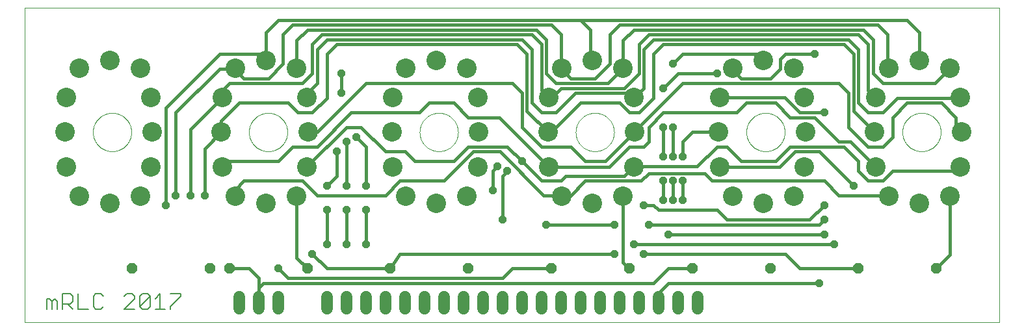
<source format=gtl>
G75*
%MOIN*%
%OFA0B0*%
%FSLAX25Y25*%
%IPPOS*%
%LPD*%
%AMOC8*
5,1,8,0,0,1.08239X$1,22.5*
%
%ADD10C,0.00000*%
%ADD11C,0.00700*%
%ADD12C,0.06000*%
%ADD13C,0.10000*%
%ADD14OC8,0.05200*%
%ADD15C,0.01600*%
%ADD16OC8,0.03962*%
D10*
X0001000Y0001000D02*
X0001000Y0162201D01*
X0500921Y0162201D01*
X0500921Y0001000D01*
X0001000Y0001000D01*
X0036157Y0098500D02*
X0036160Y0098742D01*
X0036169Y0098983D01*
X0036184Y0099224D01*
X0036204Y0099465D01*
X0036231Y0099705D01*
X0036264Y0099944D01*
X0036302Y0100183D01*
X0036346Y0100420D01*
X0036396Y0100657D01*
X0036452Y0100892D01*
X0036514Y0101125D01*
X0036581Y0101357D01*
X0036654Y0101588D01*
X0036732Y0101816D01*
X0036817Y0102042D01*
X0036906Y0102267D01*
X0037001Y0102489D01*
X0037102Y0102708D01*
X0037208Y0102926D01*
X0037319Y0103140D01*
X0037436Y0103352D01*
X0037557Y0103560D01*
X0037684Y0103766D01*
X0037816Y0103968D01*
X0037953Y0104168D01*
X0038094Y0104363D01*
X0038240Y0104556D01*
X0038391Y0104744D01*
X0038547Y0104929D01*
X0038707Y0105110D01*
X0038871Y0105287D01*
X0039040Y0105460D01*
X0039213Y0105629D01*
X0039390Y0105793D01*
X0039571Y0105953D01*
X0039756Y0106109D01*
X0039944Y0106260D01*
X0040137Y0106406D01*
X0040332Y0106547D01*
X0040532Y0106684D01*
X0040734Y0106816D01*
X0040940Y0106943D01*
X0041148Y0107064D01*
X0041360Y0107181D01*
X0041574Y0107292D01*
X0041792Y0107398D01*
X0042011Y0107499D01*
X0042233Y0107594D01*
X0042458Y0107683D01*
X0042684Y0107768D01*
X0042912Y0107846D01*
X0043143Y0107919D01*
X0043375Y0107986D01*
X0043608Y0108048D01*
X0043843Y0108104D01*
X0044080Y0108154D01*
X0044317Y0108198D01*
X0044556Y0108236D01*
X0044795Y0108269D01*
X0045035Y0108296D01*
X0045276Y0108316D01*
X0045517Y0108331D01*
X0045758Y0108340D01*
X0046000Y0108343D01*
X0046242Y0108340D01*
X0046483Y0108331D01*
X0046724Y0108316D01*
X0046965Y0108296D01*
X0047205Y0108269D01*
X0047444Y0108236D01*
X0047683Y0108198D01*
X0047920Y0108154D01*
X0048157Y0108104D01*
X0048392Y0108048D01*
X0048625Y0107986D01*
X0048857Y0107919D01*
X0049088Y0107846D01*
X0049316Y0107768D01*
X0049542Y0107683D01*
X0049767Y0107594D01*
X0049989Y0107499D01*
X0050208Y0107398D01*
X0050426Y0107292D01*
X0050640Y0107181D01*
X0050852Y0107064D01*
X0051060Y0106943D01*
X0051266Y0106816D01*
X0051468Y0106684D01*
X0051668Y0106547D01*
X0051863Y0106406D01*
X0052056Y0106260D01*
X0052244Y0106109D01*
X0052429Y0105953D01*
X0052610Y0105793D01*
X0052787Y0105629D01*
X0052960Y0105460D01*
X0053129Y0105287D01*
X0053293Y0105110D01*
X0053453Y0104929D01*
X0053609Y0104744D01*
X0053760Y0104556D01*
X0053906Y0104363D01*
X0054047Y0104168D01*
X0054184Y0103968D01*
X0054316Y0103766D01*
X0054443Y0103560D01*
X0054564Y0103352D01*
X0054681Y0103140D01*
X0054792Y0102926D01*
X0054898Y0102708D01*
X0054999Y0102489D01*
X0055094Y0102267D01*
X0055183Y0102042D01*
X0055268Y0101816D01*
X0055346Y0101588D01*
X0055419Y0101357D01*
X0055486Y0101125D01*
X0055548Y0100892D01*
X0055604Y0100657D01*
X0055654Y0100420D01*
X0055698Y0100183D01*
X0055736Y0099944D01*
X0055769Y0099705D01*
X0055796Y0099465D01*
X0055816Y0099224D01*
X0055831Y0098983D01*
X0055840Y0098742D01*
X0055843Y0098500D01*
X0055840Y0098258D01*
X0055831Y0098017D01*
X0055816Y0097776D01*
X0055796Y0097535D01*
X0055769Y0097295D01*
X0055736Y0097056D01*
X0055698Y0096817D01*
X0055654Y0096580D01*
X0055604Y0096343D01*
X0055548Y0096108D01*
X0055486Y0095875D01*
X0055419Y0095643D01*
X0055346Y0095412D01*
X0055268Y0095184D01*
X0055183Y0094958D01*
X0055094Y0094733D01*
X0054999Y0094511D01*
X0054898Y0094292D01*
X0054792Y0094074D01*
X0054681Y0093860D01*
X0054564Y0093648D01*
X0054443Y0093440D01*
X0054316Y0093234D01*
X0054184Y0093032D01*
X0054047Y0092832D01*
X0053906Y0092637D01*
X0053760Y0092444D01*
X0053609Y0092256D01*
X0053453Y0092071D01*
X0053293Y0091890D01*
X0053129Y0091713D01*
X0052960Y0091540D01*
X0052787Y0091371D01*
X0052610Y0091207D01*
X0052429Y0091047D01*
X0052244Y0090891D01*
X0052056Y0090740D01*
X0051863Y0090594D01*
X0051668Y0090453D01*
X0051468Y0090316D01*
X0051266Y0090184D01*
X0051060Y0090057D01*
X0050852Y0089936D01*
X0050640Y0089819D01*
X0050426Y0089708D01*
X0050208Y0089602D01*
X0049989Y0089501D01*
X0049767Y0089406D01*
X0049542Y0089317D01*
X0049316Y0089232D01*
X0049088Y0089154D01*
X0048857Y0089081D01*
X0048625Y0089014D01*
X0048392Y0088952D01*
X0048157Y0088896D01*
X0047920Y0088846D01*
X0047683Y0088802D01*
X0047444Y0088764D01*
X0047205Y0088731D01*
X0046965Y0088704D01*
X0046724Y0088684D01*
X0046483Y0088669D01*
X0046242Y0088660D01*
X0046000Y0088657D01*
X0045758Y0088660D01*
X0045517Y0088669D01*
X0045276Y0088684D01*
X0045035Y0088704D01*
X0044795Y0088731D01*
X0044556Y0088764D01*
X0044317Y0088802D01*
X0044080Y0088846D01*
X0043843Y0088896D01*
X0043608Y0088952D01*
X0043375Y0089014D01*
X0043143Y0089081D01*
X0042912Y0089154D01*
X0042684Y0089232D01*
X0042458Y0089317D01*
X0042233Y0089406D01*
X0042011Y0089501D01*
X0041792Y0089602D01*
X0041574Y0089708D01*
X0041360Y0089819D01*
X0041148Y0089936D01*
X0040940Y0090057D01*
X0040734Y0090184D01*
X0040532Y0090316D01*
X0040332Y0090453D01*
X0040137Y0090594D01*
X0039944Y0090740D01*
X0039756Y0090891D01*
X0039571Y0091047D01*
X0039390Y0091207D01*
X0039213Y0091371D01*
X0039040Y0091540D01*
X0038871Y0091713D01*
X0038707Y0091890D01*
X0038547Y0092071D01*
X0038391Y0092256D01*
X0038240Y0092444D01*
X0038094Y0092637D01*
X0037953Y0092832D01*
X0037816Y0093032D01*
X0037684Y0093234D01*
X0037557Y0093440D01*
X0037436Y0093648D01*
X0037319Y0093860D01*
X0037208Y0094074D01*
X0037102Y0094292D01*
X0037001Y0094511D01*
X0036906Y0094733D01*
X0036817Y0094958D01*
X0036732Y0095184D01*
X0036654Y0095412D01*
X0036581Y0095643D01*
X0036514Y0095875D01*
X0036452Y0096108D01*
X0036396Y0096343D01*
X0036346Y0096580D01*
X0036302Y0096817D01*
X0036264Y0097056D01*
X0036231Y0097295D01*
X0036204Y0097535D01*
X0036184Y0097776D01*
X0036169Y0098017D01*
X0036160Y0098258D01*
X0036157Y0098500D01*
X0116157Y0098500D02*
X0116160Y0098742D01*
X0116169Y0098983D01*
X0116184Y0099224D01*
X0116204Y0099465D01*
X0116231Y0099705D01*
X0116264Y0099944D01*
X0116302Y0100183D01*
X0116346Y0100420D01*
X0116396Y0100657D01*
X0116452Y0100892D01*
X0116514Y0101125D01*
X0116581Y0101357D01*
X0116654Y0101588D01*
X0116732Y0101816D01*
X0116817Y0102042D01*
X0116906Y0102267D01*
X0117001Y0102489D01*
X0117102Y0102708D01*
X0117208Y0102926D01*
X0117319Y0103140D01*
X0117436Y0103352D01*
X0117557Y0103560D01*
X0117684Y0103766D01*
X0117816Y0103968D01*
X0117953Y0104168D01*
X0118094Y0104363D01*
X0118240Y0104556D01*
X0118391Y0104744D01*
X0118547Y0104929D01*
X0118707Y0105110D01*
X0118871Y0105287D01*
X0119040Y0105460D01*
X0119213Y0105629D01*
X0119390Y0105793D01*
X0119571Y0105953D01*
X0119756Y0106109D01*
X0119944Y0106260D01*
X0120137Y0106406D01*
X0120332Y0106547D01*
X0120532Y0106684D01*
X0120734Y0106816D01*
X0120940Y0106943D01*
X0121148Y0107064D01*
X0121360Y0107181D01*
X0121574Y0107292D01*
X0121792Y0107398D01*
X0122011Y0107499D01*
X0122233Y0107594D01*
X0122458Y0107683D01*
X0122684Y0107768D01*
X0122912Y0107846D01*
X0123143Y0107919D01*
X0123375Y0107986D01*
X0123608Y0108048D01*
X0123843Y0108104D01*
X0124080Y0108154D01*
X0124317Y0108198D01*
X0124556Y0108236D01*
X0124795Y0108269D01*
X0125035Y0108296D01*
X0125276Y0108316D01*
X0125517Y0108331D01*
X0125758Y0108340D01*
X0126000Y0108343D01*
X0126242Y0108340D01*
X0126483Y0108331D01*
X0126724Y0108316D01*
X0126965Y0108296D01*
X0127205Y0108269D01*
X0127444Y0108236D01*
X0127683Y0108198D01*
X0127920Y0108154D01*
X0128157Y0108104D01*
X0128392Y0108048D01*
X0128625Y0107986D01*
X0128857Y0107919D01*
X0129088Y0107846D01*
X0129316Y0107768D01*
X0129542Y0107683D01*
X0129767Y0107594D01*
X0129989Y0107499D01*
X0130208Y0107398D01*
X0130426Y0107292D01*
X0130640Y0107181D01*
X0130852Y0107064D01*
X0131060Y0106943D01*
X0131266Y0106816D01*
X0131468Y0106684D01*
X0131668Y0106547D01*
X0131863Y0106406D01*
X0132056Y0106260D01*
X0132244Y0106109D01*
X0132429Y0105953D01*
X0132610Y0105793D01*
X0132787Y0105629D01*
X0132960Y0105460D01*
X0133129Y0105287D01*
X0133293Y0105110D01*
X0133453Y0104929D01*
X0133609Y0104744D01*
X0133760Y0104556D01*
X0133906Y0104363D01*
X0134047Y0104168D01*
X0134184Y0103968D01*
X0134316Y0103766D01*
X0134443Y0103560D01*
X0134564Y0103352D01*
X0134681Y0103140D01*
X0134792Y0102926D01*
X0134898Y0102708D01*
X0134999Y0102489D01*
X0135094Y0102267D01*
X0135183Y0102042D01*
X0135268Y0101816D01*
X0135346Y0101588D01*
X0135419Y0101357D01*
X0135486Y0101125D01*
X0135548Y0100892D01*
X0135604Y0100657D01*
X0135654Y0100420D01*
X0135698Y0100183D01*
X0135736Y0099944D01*
X0135769Y0099705D01*
X0135796Y0099465D01*
X0135816Y0099224D01*
X0135831Y0098983D01*
X0135840Y0098742D01*
X0135843Y0098500D01*
X0135840Y0098258D01*
X0135831Y0098017D01*
X0135816Y0097776D01*
X0135796Y0097535D01*
X0135769Y0097295D01*
X0135736Y0097056D01*
X0135698Y0096817D01*
X0135654Y0096580D01*
X0135604Y0096343D01*
X0135548Y0096108D01*
X0135486Y0095875D01*
X0135419Y0095643D01*
X0135346Y0095412D01*
X0135268Y0095184D01*
X0135183Y0094958D01*
X0135094Y0094733D01*
X0134999Y0094511D01*
X0134898Y0094292D01*
X0134792Y0094074D01*
X0134681Y0093860D01*
X0134564Y0093648D01*
X0134443Y0093440D01*
X0134316Y0093234D01*
X0134184Y0093032D01*
X0134047Y0092832D01*
X0133906Y0092637D01*
X0133760Y0092444D01*
X0133609Y0092256D01*
X0133453Y0092071D01*
X0133293Y0091890D01*
X0133129Y0091713D01*
X0132960Y0091540D01*
X0132787Y0091371D01*
X0132610Y0091207D01*
X0132429Y0091047D01*
X0132244Y0090891D01*
X0132056Y0090740D01*
X0131863Y0090594D01*
X0131668Y0090453D01*
X0131468Y0090316D01*
X0131266Y0090184D01*
X0131060Y0090057D01*
X0130852Y0089936D01*
X0130640Y0089819D01*
X0130426Y0089708D01*
X0130208Y0089602D01*
X0129989Y0089501D01*
X0129767Y0089406D01*
X0129542Y0089317D01*
X0129316Y0089232D01*
X0129088Y0089154D01*
X0128857Y0089081D01*
X0128625Y0089014D01*
X0128392Y0088952D01*
X0128157Y0088896D01*
X0127920Y0088846D01*
X0127683Y0088802D01*
X0127444Y0088764D01*
X0127205Y0088731D01*
X0126965Y0088704D01*
X0126724Y0088684D01*
X0126483Y0088669D01*
X0126242Y0088660D01*
X0126000Y0088657D01*
X0125758Y0088660D01*
X0125517Y0088669D01*
X0125276Y0088684D01*
X0125035Y0088704D01*
X0124795Y0088731D01*
X0124556Y0088764D01*
X0124317Y0088802D01*
X0124080Y0088846D01*
X0123843Y0088896D01*
X0123608Y0088952D01*
X0123375Y0089014D01*
X0123143Y0089081D01*
X0122912Y0089154D01*
X0122684Y0089232D01*
X0122458Y0089317D01*
X0122233Y0089406D01*
X0122011Y0089501D01*
X0121792Y0089602D01*
X0121574Y0089708D01*
X0121360Y0089819D01*
X0121148Y0089936D01*
X0120940Y0090057D01*
X0120734Y0090184D01*
X0120532Y0090316D01*
X0120332Y0090453D01*
X0120137Y0090594D01*
X0119944Y0090740D01*
X0119756Y0090891D01*
X0119571Y0091047D01*
X0119390Y0091207D01*
X0119213Y0091371D01*
X0119040Y0091540D01*
X0118871Y0091713D01*
X0118707Y0091890D01*
X0118547Y0092071D01*
X0118391Y0092256D01*
X0118240Y0092444D01*
X0118094Y0092637D01*
X0117953Y0092832D01*
X0117816Y0093032D01*
X0117684Y0093234D01*
X0117557Y0093440D01*
X0117436Y0093648D01*
X0117319Y0093860D01*
X0117208Y0094074D01*
X0117102Y0094292D01*
X0117001Y0094511D01*
X0116906Y0094733D01*
X0116817Y0094958D01*
X0116732Y0095184D01*
X0116654Y0095412D01*
X0116581Y0095643D01*
X0116514Y0095875D01*
X0116452Y0096108D01*
X0116396Y0096343D01*
X0116346Y0096580D01*
X0116302Y0096817D01*
X0116264Y0097056D01*
X0116231Y0097295D01*
X0116204Y0097535D01*
X0116184Y0097776D01*
X0116169Y0098017D01*
X0116160Y0098258D01*
X0116157Y0098500D01*
X0203657Y0098500D02*
X0203660Y0098742D01*
X0203669Y0098983D01*
X0203684Y0099224D01*
X0203704Y0099465D01*
X0203731Y0099705D01*
X0203764Y0099944D01*
X0203802Y0100183D01*
X0203846Y0100420D01*
X0203896Y0100657D01*
X0203952Y0100892D01*
X0204014Y0101125D01*
X0204081Y0101357D01*
X0204154Y0101588D01*
X0204232Y0101816D01*
X0204317Y0102042D01*
X0204406Y0102267D01*
X0204501Y0102489D01*
X0204602Y0102708D01*
X0204708Y0102926D01*
X0204819Y0103140D01*
X0204936Y0103352D01*
X0205057Y0103560D01*
X0205184Y0103766D01*
X0205316Y0103968D01*
X0205453Y0104168D01*
X0205594Y0104363D01*
X0205740Y0104556D01*
X0205891Y0104744D01*
X0206047Y0104929D01*
X0206207Y0105110D01*
X0206371Y0105287D01*
X0206540Y0105460D01*
X0206713Y0105629D01*
X0206890Y0105793D01*
X0207071Y0105953D01*
X0207256Y0106109D01*
X0207444Y0106260D01*
X0207637Y0106406D01*
X0207832Y0106547D01*
X0208032Y0106684D01*
X0208234Y0106816D01*
X0208440Y0106943D01*
X0208648Y0107064D01*
X0208860Y0107181D01*
X0209074Y0107292D01*
X0209292Y0107398D01*
X0209511Y0107499D01*
X0209733Y0107594D01*
X0209958Y0107683D01*
X0210184Y0107768D01*
X0210412Y0107846D01*
X0210643Y0107919D01*
X0210875Y0107986D01*
X0211108Y0108048D01*
X0211343Y0108104D01*
X0211580Y0108154D01*
X0211817Y0108198D01*
X0212056Y0108236D01*
X0212295Y0108269D01*
X0212535Y0108296D01*
X0212776Y0108316D01*
X0213017Y0108331D01*
X0213258Y0108340D01*
X0213500Y0108343D01*
X0213742Y0108340D01*
X0213983Y0108331D01*
X0214224Y0108316D01*
X0214465Y0108296D01*
X0214705Y0108269D01*
X0214944Y0108236D01*
X0215183Y0108198D01*
X0215420Y0108154D01*
X0215657Y0108104D01*
X0215892Y0108048D01*
X0216125Y0107986D01*
X0216357Y0107919D01*
X0216588Y0107846D01*
X0216816Y0107768D01*
X0217042Y0107683D01*
X0217267Y0107594D01*
X0217489Y0107499D01*
X0217708Y0107398D01*
X0217926Y0107292D01*
X0218140Y0107181D01*
X0218352Y0107064D01*
X0218560Y0106943D01*
X0218766Y0106816D01*
X0218968Y0106684D01*
X0219168Y0106547D01*
X0219363Y0106406D01*
X0219556Y0106260D01*
X0219744Y0106109D01*
X0219929Y0105953D01*
X0220110Y0105793D01*
X0220287Y0105629D01*
X0220460Y0105460D01*
X0220629Y0105287D01*
X0220793Y0105110D01*
X0220953Y0104929D01*
X0221109Y0104744D01*
X0221260Y0104556D01*
X0221406Y0104363D01*
X0221547Y0104168D01*
X0221684Y0103968D01*
X0221816Y0103766D01*
X0221943Y0103560D01*
X0222064Y0103352D01*
X0222181Y0103140D01*
X0222292Y0102926D01*
X0222398Y0102708D01*
X0222499Y0102489D01*
X0222594Y0102267D01*
X0222683Y0102042D01*
X0222768Y0101816D01*
X0222846Y0101588D01*
X0222919Y0101357D01*
X0222986Y0101125D01*
X0223048Y0100892D01*
X0223104Y0100657D01*
X0223154Y0100420D01*
X0223198Y0100183D01*
X0223236Y0099944D01*
X0223269Y0099705D01*
X0223296Y0099465D01*
X0223316Y0099224D01*
X0223331Y0098983D01*
X0223340Y0098742D01*
X0223343Y0098500D01*
X0223340Y0098258D01*
X0223331Y0098017D01*
X0223316Y0097776D01*
X0223296Y0097535D01*
X0223269Y0097295D01*
X0223236Y0097056D01*
X0223198Y0096817D01*
X0223154Y0096580D01*
X0223104Y0096343D01*
X0223048Y0096108D01*
X0222986Y0095875D01*
X0222919Y0095643D01*
X0222846Y0095412D01*
X0222768Y0095184D01*
X0222683Y0094958D01*
X0222594Y0094733D01*
X0222499Y0094511D01*
X0222398Y0094292D01*
X0222292Y0094074D01*
X0222181Y0093860D01*
X0222064Y0093648D01*
X0221943Y0093440D01*
X0221816Y0093234D01*
X0221684Y0093032D01*
X0221547Y0092832D01*
X0221406Y0092637D01*
X0221260Y0092444D01*
X0221109Y0092256D01*
X0220953Y0092071D01*
X0220793Y0091890D01*
X0220629Y0091713D01*
X0220460Y0091540D01*
X0220287Y0091371D01*
X0220110Y0091207D01*
X0219929Y0091047D01*
X0219744Y0090891D01*
X0219556Y0090740D01*
X0219363Y0090594D01*
X0219168Y0090453D01*
X0218968Y0090316D01*
X0218766Y0090184D01*
X0218560Y0090057D01*
X0218352Y0089936D01*
X0218140Y0089819D01*
X0217926Y0089708D01*
X0217708Y0089602D01*
X0217489Y0089501D01*
X0217267Y0089406D01*
X0217042Y0089317D01*
X0216816Y0089232D01*
X0216588Y0089154D01*
X0216357Y0089081D01*
X0216125Y0089014D01*
X0215892Y0088952D01*
X0215657Y0088896D01*
X0215420Y0088846D01*
X0215183Y0088802D01*
X0214944Y0088764D01*
X0214705Y0088731D01*
X0214465Y0088704D01*
X0214224Y0088684D01*
X0213983Y0088669D01*
X0213742Y0088660D01*
X0213500Y0088657D01*
X0213258Y0088660D01*
X0213017Y0088669D01*
X0212776Y0088684D01*
X0212535Y0088704D01*
X0212295Y0088731D01*
X0212056Y0088764D01*
X0211817Y0088802D01*
X0211580Y0088846D01*
X0211343Y0088896D01*
X0211108Y0088952D01*
X0210875Y0089014D01*
X0210643Y0089081D01*
X0210412Y0089154D01*
X0210184Y0089232D01*
X0209958Y0089317D01*
X0209733Y0089406D01*
X0209511Y0089501D01*
X0209292Y0089602D01*
X0209074Y0089708D01*
X0208860Y0089819D01*
X0208648Y0089936D01*
X0208440Y0090057D01*
X0208234Y0090184D01*
X0208032Y0090316D01*
X0207832Y0090453D01*
X0207637Y0090594D01*
X0207444Y0090740D01*
X0207256Y0090891D01*
X0207071Y0091047D01*
X0206890Y0091207D01*
X0206713Y0091371D01*
X0206540Y0091540D01*
X0206371Y0091713D01*
X0206207Y0091890D01*
X0206047Y0092071D01*
X0205891Y0092256D01*
X0205740Y0092444D01*
X0205594Y0092637D01*
X0205453Y0092832D01*
X0205316Y0093032D01*
X0205184Y0093234D01*
X0205057Y0093440D01*
X0204936Y0093648D01*
X0204819Y0093860D01*
X0204708Y0094074D01*
X0204602Y0094292D01*
X0204501Y0094511D01*
X0204406Y0094733D01*
X0204317Y0094958D01*
X0204232Y0095184D01*
X0204154Y0095412D01*
X0204081Y0095643D01*
X0204014Y0095875D01*
X0203952Y0096108D01*
X0203896Y0096343D01*
X0203846Y0096580D01*
X0203802Y0096817D01*
X0203764Y0097056D01*
X0203731Y0097295D01*
X0203704Y0097535D01*
X0203684Y0097776D01*
X0203669Y0098017D01*
X0203660Y0098258D01*
X0203657Y0098500D01*
X0283657Y0098500D02*
X0283660Y0098742D01*
X0283669Y0098983D01*
X0283684Y0099224D01*
X0283704Y0099465D01*
X0283731Y0099705D01*
X0283764Y0099944D01*
X0283802Y0100183D01*
X0283846Y0100420D01*
X0283896Y0100657D01*
X0283952Y0100892D01*
X0284014Y0101125D01*
X0284081Y0101357D01*
X0284154Y0101588D01*
X0284232Y0101816D01*
X0284317Y0102042D01*
X0284406Y0102267D01*
X0284501Y0102489D01*
X0284602Y0102708D01*
X0284708Y0102926D01*
X0284819Y0103140D01*
X0284936Y0103352D01*
X0285057Y0103560D01*
X0285184Y0103766D01*
X0285316Y0103968D01*
X0285453Y0104168D01*
X0285594Y0104363D01*
X0285740Y0104556D01*
X0285891Y0104744D01*
X0286047Y0104929D01*
X0286207Y0105110D01*
X0286371Y0105287D01*
X0286540Y0105460D01*
X0286713Y0105629D01*
X0286890Y0105793D01*
X0287071Y0105953D01*
X0287256Y0106109D01*
X0287444Y0106260D01*
X0287637Y0106406D01*
X0287832Y0106547D01*
X0288032Y0106684D01*
X0288234Y0106816D01*
X0288440Y0106943D01*
X0288648Y0107064D01*
X0288860Y0107181D01*
X0289074Y0107292D01*
X0289292Y0107398D01*
X0289511Y0107499D01*
X0289733Y0107594D01*
X0289958Y0107683D01*
X0290184Y0107768D01*
X0290412Y0107846D01*
X0290643Y0107919D01*
X0290875Y0107986D01*
X0291108Y0108048D01*
X0291343Y0108104D01*
X0291580Y0108154D01*
X0291817Y0108198D01*
X0292056Y0108236D01*
X0292295Y0108269D01*
X0292535Y0108296D01*
X0292776Y0108316D01*
X0293017Y0108331D01*
X0293258Y0108340D01*
X0293500Y0108343D01*
X0293742Y0108340D01*
X0293983Y0108331D01*
X0294224Y0108316D01*
X0294465Y0108296D01*
X0294705Y0108269D01*
X0294944Y0108236D01*
X0295183Y0108198D01*
X0295420Y0108154D01*
X0295657Y0108104D01*
X0295892Y0108048D01*
X0296125Y0107986D01*
X0296357Y0107919D01*
X0296588Y0107846D01*
X0296816Y0107768D01*
X0297042Y0107683D01*
X0297267Y0107594D01*
X0297489Y0107499D01*
X0297708Y0107398D01*
X0297926Y0107292D01*
X0298140Y0107181D01*
X0298352Y0107064D01*
X0298560Y0106943D01*
X0298766Y0106816D01*
X0298968Y0106684D01*
X0299168Y0106547D01*
X0299363Y0106406D01*
X0299556Y0106260D01*
X0299744Y0106109D01*
X0299929Y0105953D01*
X0300110Y0105793D01*
X0300287Y0105629D01*
X0300460Y0105460D01*
X0300629Y0105287D01*
X0300793Y0105110D01*
X0300953Y0104929D01*
X0301109Y0104744D01*
X0301260Y0104556D01*
X0301406Y0104363D01*
X0301547Y0104168D01*
X0301684Y0103968D01*
X0301816Y0103766D01*
X0301943Y0103560D01*
X0302064Y0103352D01*
X0302181Y0103140D01*
X0302292Y0102926D01*
X0302398Y0102708D01*
X0302499Y0102489D01*
X0302594Y0102267D01*
X0302683Y0102042D01*
X0302768Y0101816D01*
X0302846Y0101588D01*
X0302919Y0101357D01*
X0302986Y0101125D01*
X0303048Y0100892D01*
X0303104Y0100657D01*
X0303154Y0100420D01*
X0303198Y0100183D01*
X0303236Y0099944D01*
X0303269Y0099705D01*
X0303296Y0099465D01*
X0303316Y0099224D01*
X0303331Y0098983D01*
X0303340Y0098742D01*
X0303343Y0098500D01*
X0303340Y0098258D01*
X0303331Y0098017D01*
X0303316Y0097776D01*
X0303296Y0097535D01*
X0303269Y0097295D01*
X0303236Y0097056D01*
X0303198Y0096817D01*
X0303154Y0096580D01*
X0303104Y0096343D01*
X0303048Y0096108D01*
X0302986Y0095875D01*
X0302919Y0095643D01*
X0302846Y0095412D01*
X0302768Y0095184D01*
X0302683Y0094958D01*
X0302594Y0094733D01*
X0302499Y0094511D01*
X0302398Y0094292D01*
X0302292Y0094074D01*
X0302181Y0093860D01*
X0302064Y0093648D01*
X0301943Y0093440D01*
X0301816Y0093234D01*
X0301684Y0093032D01*
X0301547Y0092832D01*
X0301406Y0092637D01*
X0301260Y0092444D01*
X0301109Y0092256D01*
X0300953Y0092071D01*
X0300793Y0091890D01*
X0300629Y0091713D01*
X0300460Y0091540D01*
X0300287Y0091371D01*
X0300110Y0091207D01*
X0299929Y0091047D01*
X0299744Y0090891D01*
X0299556Y0090740D01*
X0299363Y0090594D01*
X0299168Y0090453D01*
X0298968Y0090316D01*
X0298766Y0090184D01*
X0298560Y0090057D01*
X0298352Y0089936D01*
X0298140Y0089819D01*
X0297926Y0089708D01*
X0297708Y0089602D01*
X0297489Y0089501D01*
X0297267Y0089406D01*
X0297042Y0089317D01*
X0296816Y0089232D01*
X0296588Y0089154D01*
X0296357Y0089081D01*
X0296125Y0089014D01*
X0295892Y0088952D01*
X0295657Y0088896D01*
X0295420Y0088846D01*
X0295183Y0088802D01*
X0294944Y0088764D01*
X0294705Y0088731D01*
X0294465Y0088704D01*
X0294224Y0088684D01*
X0293983Y0088669D01*
X0293742Y0088660D01*
X0293500Y0088657D01*
X0293258Y0088660D01*
X0293017Y0088669D01*
X0292776Y0088684D01*
X0292535Y0088704D01*
X0292295Y0088731D01*
X0292056Y0088764D01*
X0291817Y0088802D01*
X0291580Y0088846D01*
X0291343Y0088896D01*
X0291108Y0088952D01*
X0290875Y0089014D01*
X0290643Y0089081D01*
X0290412Y0089154D01*
X0290184Y0089232D01*
X0289958Y0089317D01*
X0289733Y0089406D01*
X0289511Y0089501D01*
X0289292Y0089602D01*
X0289074Y0089708D01*
X0288860Y0089819D01*
X0288648Y0089936D01*
X0288440Y0090057D01*
X0288234Y0090184D01*
X0288032Y0090316D01*
X0287832Y0090453D01*
X0287637Y0090594D01*
X0287444Y0090740D01*
X0287256Y0090891D01*
X0287071Y0091047D01*
X0286890Y0091207D01*
X0286713Y0091371D01*
X0286540Y0091540D01*
X0286371Y0091713D01*
X0286207Y0091890D01*
X0286047Y0092071D01*
X0285891Y0092256D01*
X0285740Y0092444D01*
X0285594Y0092637D01*
X0285453Y0092832D01*
X0285316Y0093032D01*
X0285184Y0093234D01*
X0285057Y0093440D01*
X0284936Y0093648D01*
X0284819Y0093860D01*
X0284708Y0094074D01*
X0284602Y0094292D01*
X0284501Y0094511D01*
X0284406Y0094733D01*
X0284317Y0094958D01*
X0284232Y0095184D01*
X0284154Y0095412D01*
X0284081Y0095643D01*
X0284014Y0095875D01*
X0283952Y0096108D01*
X0283896Y0096343D01*
X0283846Y0096580D01*
X0283802Y0096817D01*
X0283764Y0097056D01*
X0283731Y0097295D01*
X0283704Y0097535D01*
X0283684Y0097776D01*
X0283669Y0098017D01*
X0283660Y0098258D01*
X0283657Y0098500D01*
X0371157Y0098500D02*
X0371160Y0098742D01*
X0371169Y0098983D01*
X0371184Y0099224D01*
X0371204Y0099465D01*
X0371231Y0099705D01*
X0371264Y0099944D01*
X0371302Y0100183D01*
X0371346Y0100420D01*
X0371396Y0100657D01*
X0371452Y0100892D01*
X0371514Y0101125D01*
X0371581Y0101357D01*
X0371654Y0101588D01*
X0371732Y0101816D01*
X0371817Y0102042D01*
X0371906Y0102267D01*
X0372001Y0102489D01*
X0372102Y0102708D01*
X0372208Y0102926D01*
X0372319Y0103140D01*
X0372436Y0103352D01*
X0372557Y0103560D01*
X0372684Y0103766D01*
X0372816Y0103968D01*
X0372953Y0104168D01*
X0373094Y0104363D01*
X0373240Y0104556D01*
X0373391Y0104744D01*
X0373547Y0104929D01*
X0373707Y0105110D01*
X0373871Y0105287D01*
X0374040Y0105460D01*
X0374213Y0105629D01*
X0374390Y0105793D01*
X0374571Y0105953D01*
X0374756Y0106109D01*
X0374944Y0106260D01*
X0375137Y0106406D01*
X0375332Y0106547D01*
X0375532Y0106684D01*
X0375734Y0106816D01*
X0375940Y0106943D01*
X0376148Y0107064D01*
X0376360Y0107181D01*
X0376574Y0107292D01*
X0376792Y0107398D01*
X0377011Y0107499D01*
X0377233Y0107594D01*
X0377458Y0107683D01*
X0377684Y0107768D01*
X0377912Y0107846D01*
X0378143Y0107919D01*
X0378375Y0107986D01*
X0378608Y0108048D01*
X0378843Y0108104D01*
X0379080Y0108154D01*
X0379317Y0108198D01*
X0379556Y0108236D01*
X0379795Y0108269D01*
X0380035Y0108296D01*
X0380276Y0108316D01*
X0380517Y0108331D01*
X0380758Y0108340D01*
X0381000Y0108343D01*
X0381242Y0108340D01*
X0381483Y0108331D01*
X0381724Y0108316D01*
X0381965Y0108296D01*
X0382205Y0108269D01*
X0382444Y0108236D01*
X0382683Y0108198D01*
X0382920Y0108154D01*
X0383157Y0108104D01*
X0383392Y0108048D01*
X0383625Y0107986D01*
X0383857Y0107919D01*
X0384088Y0107846D01*
X0384316Y0107768D01*
X0384542Y0107683D01*
X0384767Y0107594D01*
X0384989Y0107499D01*
X0385208Y0107398D01*
X0385426Y0107292D01*
X0385640Y0107181D01*
X0385852Y0107064D01*
X0386060Y0106943D01*
X0386266Y0106816D01*
X0386468Y0106684D01*
X0386668Y0106547D01*
X0386863Y0106406D01*
X0387056Y0106260D01*
X0387244Y0106109D01*
X0387429Y0105953D01*
X0387610Y0105793D01*
X0387787Y0105629D01*
X0387960Y0105460D01*
X0388129Y0105287D01*
X0388293Y0105110D01*
X0388453Y0104929D01*
X0388609Y0104744D01*
X0388760Y0104556D01*
X0388906Y0104363D01*
X0389047Y0104168D01*
X0389184Y0103968D01*
X0389316Y0103766D01*
X0389443Y0103560D01*
X0389564Y0103352D01*
X0389681Y0103140D01*
X0389792Y0102926D01*
X0389898Y0102708D01*
X0389999Y0102489D01*
X0390094Y0102267D01*
X0390183Y0102042D01*
X0390268Y0101816D01*
X0390346Y0101588D01*
X0390419Y0101357D01*
X0390486Y0101125D01*
X0390548Y0100892D01*
X0390604Y0100657D01*
X0390654Y0100420D01*
X0390698Y0100183D01*
X0390736Y0099944D01*
X0390769Y0099705D01*
X0390796Y0099465D01*
X0390816Y0099224D01*
X0390831Y0098983D01*
X0390840Y0098742D01*
X0390843Y0098500D01*
X0390840Y0098258D01*
X0390831Y0098017D01*
X0390816Y0097776D01*
X0390796Y0097535D01*
X0390769Y0097295D01*
X0390736Y0097056D01*
X0390698Y0096817D01*
X0390654Y0096580D01*
X0390604Y0096343D01*
X0390548Y0096108D01*
X0390486Y0095875D01*
X0390419Y0095643D01*
X0390346Y0095412D01*
X0390268Y0095184D01*
X0390183Y0094958D01*
X0390094Y0094733D01*
X0389999Y0094511D01*
X0389898Y0094292D01*
X0389792Y0094074D01*
X0389681Y0093860D01*
X0389564Y0093648D01*
X0389443Y0093440D01*
X0389316Y0093234D01*
X0389184Y0093032D01*
X0389047Y0092832D01*
X0388906Y0092637D01*
X0388760Y0092444D01*
X0388609Y0092256D01*
X0388453Y0092071D01*
X0388293Y0091890D01*
X0388129Y0091713D01*
X0387960Y0091540D01*
X0387787Y0091371D01*
X0387610Y0091207D01*
X0387429Y0091047D01*
X0387244Y0090891D01*
X0387056Y0090740D01*
X0386863Y0090594D01*
X0386668Y0090453D01*
X0386468Y0090316D01*
X0386266Y0090184D01*
X0386060Y0090057D01*
X0385852Y0089936D01*
X0385640Y0089819D01*
X0385426Y0089708D01*
X0385208Y0089602D01*
X0384989Y0089501D01*
X0384767Y0089406D01*
X0384542Y0089317D01*
X0384316Y0089232D01*
X0384088Y0089154D01*
X0383857Y0089081D01*
X0383625Y0089014D01*
X0383392Y0088952D01*
X0383157Y0088896D01*
X0382920Y0088846D01*
X0382683Y0088802D01*
X0382444Y0088764D01*
X0382205Y0088731D01*
X0381965Y0088704D01*
X0381724Y0088684D01*
X0381483Y0088669D01*
X0381242Y0088660D01*
X0381000Y0088657D01*
X0380758Y0088660D01*
X0380517Y0088669D01*
X0380276Y0088684D01*
X0380035Y0088704D01*
X0379795Y0088731D01*
X0379556Y0088764D01*
X0379317Y0088802D01*
X0379080Y0088846D01*
X0378843Y0088896D01*
X0378608Y0088952D01*
X0378375Y0089014D01*
X0378143Y0089081D01*
X0377912Y0089154D01*
X0377684Y0089232D01*
X0377458Y0089317D01*
X0377233Y0089406D01*
X0377011Y0089501D01*
X0376792Y0089602D01*
X0376574Y0089708D01*
X0376360Y0089819D01*
X0376148Y0089936D01*
X0375940Y0090057D01*
X0375734Y0090184D01*
X0375532Y0090316D01*
X0375332Y0090453D01*
X0375137Y0090594D01*
X0374944Y0090740D01*
X0374756Y0090891D01*
X0374571Y0091047D01*
X0374390Y0091207D01*
X0374213Y0091371D01*
X0374040Y0091540D01*
X0373871Y0091713D01*
X0373707Y0091890D01*
X0373547Y0092071D01*
X0373391Y0092256D01*
X0373240Y0092444D01*
X0373094Y0092637D01*
X0372953Y0092832D01*
X0372816Y0093032D01*
X0372684Y0093234D01*
X0372557Y0093440D01*
X0372436Y0093648D01*
X0372319Y0093860D01*
X0372208Y0094074D01*
X0372102Y0094292D01*
X0372001Y0094511D01*
X0371906Y0094733D01*
X0371817Y0094958D01*
X0371732Y0095184D01*
X0371654Y0095412D01*
X0371581Y0095643D01*
X0371514Y0095875D01*
X0371452Y0096108D01*
X0371396Y0096343D01*
X0371346Y0096580D01*
X0371302Y0096817D01*
X0371264Y0097056D01*
X0371231Y0097295D01*
X0371204Y0097535D01*
X0371184Y0097776D01*
X0371169Y0098017D01*
X0371160Y0098258D01*
X0371157Y0098500D01*
X0451157Y0098500D02*
X0451160Y0098742D01*
X0451169Y0098983D01*
X0451184Y0099224D01*
X0451204Y0099465D01*
X0451231Y0099705D01*
X0451264Y0099944D01*
X0451302Y0100183D01*
X0451346Y0100420D01*
X0451396Y0100657D01*
X0451452Y0100892D01*
X0451514Y0101125D01*
X0451581Y0101357D01*
X0451654Y0101588D01*
X0451732Y0101816D01*
X0451817Y0102042D01*
X0451906Y0102267D01*
X0452001Y0102489D01*
X0452102Y0102708D01*
X0452208Y0102926D01*
X0452319Y0103140D01*
X0452436Y0103352D01*
X0452557Y0103560D01*
X0452684Y0103766D01*
X0452816Y0103968D01*
X0452953Y0104168D01*
X0453094Y0104363D01*
X0453240Y0104556D01*
X0453391Y0104744D01*
X0453547Y0104929D01*
X0453707Y0105110D01*
X0453871Y0105287D01*
X0454040Y0105460D01*
X0454213Y0105629D01*
X0454390Y0105793D01*
X0454571Y0105953D01*
X0454756Y0106109D01*
X0454944Y0106260D01*
X0455137Y0106406D01*
X0455332Y0106547D01*
X0455532Y0106684D01*
X0455734Y0106816D01*
X0455940Y0106943D01*
X0456148Y0107064D01*
X0456360Y0107181D01*
X0456574Y0107292D01*
X0456792Y0107398D01*
X0457011Y0107499D01*
X0457233Y0107594D01*
X0457458Y0107683D01*
X0457684Y0107768D01*
X0457912Y0107846D01*
X0458143Y0107919D01*
X0458375Y0107986D01*
X0458608Y0108048D01*
X0458843Y0108104D01*
X0459080Y0108154D01*
X0459317Y0108198D01*
X0459556Y0108236D01*
X0459795Y0108269D01*
X0460035Y0108296D01*
X0460276Y0108316D01*
X0460517Y0108331D01*
X0460758Y0108340D01*
X0461000Y0108343D01*
X0461242Y0108340D01*
X0461483Y0108331D01*
X0461724Y0108316D01*
X0461965Y0108296D01*
X0462205Y0108269D01*
X0462444Y0108236D01*
X0462683Y0108198D01*
X0462920Y0108154D01*
X0463157Y0108104D01*
X0463392Y0108048D01*
X0463625Y0107986D01*
X0463857Y0107919D01*
X0464088Y0107846D01*
X0464316Y0107768D01*
X0464542Y0107683D01*
X0464767Y0107594D01*
X0464989Y0107499D01*
X0465208Y0107398D01*
X0465426Y0107292D01*
X0465640Y0107181D01*
X0465852Y0107064D01*
X0466060Y0106943D01*
X0466266Y0106816D01*
X0466468Y0106684D01*
X0466668Y0106547D01*
X0466863Y0106406D01*
X0467056Y0106260D01*
X0467244Y0106109D01*
X0467429Y0105953D01*
X0467610Y0105793D01*
X0467787Y0105629D01*
X0467960Y0105460D01*
X0468129Y0105287D01*
X0468293Y0105110D01*
X0468453Y0104929D01*
X0468609Y0104744D01*
X0468760Y0104556D01*
X0468906Y0104363D01*
X0469047Y0104168D01*
X0469184Y0103968D01*
X0469316Y0103766D01*
X0469443Y0103560D01*
X0469564Y0103352D01*
X0469681Y0103140D01*
X0469792Y0102926D01*
X0469898Y0102708D01*
X0469999Y0102489D01*
X0470094Y0102267D01*
X0470183Y0102042D01*
X0470268Y0101816D01*
X0470346Y0101588D01*
X0470419Y0101357D01*
X0470486Y0101125D01*
X0470548Y0100892D01*
X0470604Y0100657D01*
X0470654Y0100420D01*
X0470698Y0100183D01*
X0470736Y0099944D01*
X0470769Y0099705D01*
X0470796Y0099465D01*
X0470816Y0099224D01*
X0470831Y0098983D01*
X0470840Y0098742D01*
X0470843Y0098500D01*
X0470840Y0098258D01*
X0470831Y0098017D01*
X0470816Y0097776D01*
X0470796Y0097535D01*
X0470769Y0097295D01*
X0470736Y0097056D01*
X0470698Y0096817D01*
X0470654Y0096580D01*
X0470604Y0096343D01*
X0470548Y0096108D01*
X0470486Y0095875D01*
X0470419Y0095643D01*
X0470346Y0095412D01*
X0470268Y0095184D01*
X0470183Y0094958D01*
X0470094Y0094733D01*
X0469999Y0094511D01*
X0469898Y0094292D01*
X0469792Y0094074D01*
X0469681Y0093860D01*
X0469564Y0093648D01*
X0469443Y0093440D01*
X0469316Y0093234D01*
X0469184Y0093032D01*
X0469047Y0092832D01*
X0468906Y0092637D01*
X0468760Y0092444D01*
X0468609Y0092256D01*
X0468453Y0092071D01*
X0468293Y0091890D01*
X0468129Y0091713D01*
X0467960Y0091540D01*
X0467787Y0091371D01*
X0467610Y0091207D01*
X0467429Y0091047D01*
X0467244Y0090891D01*
X0467056Y0090740D01*
X0466863Y0090594D01*
X0466668Y0090453D01*
X0466468Y0090316D01*
X0466266Y0090184D01*
X0466060Y0090057D01*
X0465852Y0089936D01*
X0465640Y0089819D01*
X0465426Y0089708D01*
X0465208Y0089602D01*
X0464989Y0089501D01*
X0464767Y0089406D01*
X0464542Y0089317D01*
X0464316Y0089232D01*
X0464088Y0089154D01*
X0463857Y0089081D01*
X0463625Y0089014D01*
X0463392Y0088952D01*
X0463157Y0088896D01*
X0462920Y0088846D01*
X0462683Y0088802D01*
X0462444Y0088764D01*
X0462205Y0088731D01*
X0461965Y0088704D01*
X0461724Y0088684D01*
X0461483Y0088669D01*
X0461242Y0088660D01*
X0461000Y0088657D01*
X0460758Y0088660D01*
X0460517Y0088669D01*
X0460276Y0088684D01*
X0460035Y0088704D01*
X0459795Y0088731D01*
X0459556Y0088764D01*
X0459317Y0088802D01*
X0459080Y0088846D01*
X0458843Y0088896D01*
X0458608Y0088952D01*
X0458375Y0089014D01*
X0458143Y0089081D01*
X0457912Y0089154D01*
X0457684Y0089232D01*
X0457458Y0089317D01*
X0457233Y0089406D01*
X0457011Y0089501D01*
X0456792Y0089602D01*
X0456574Y0089708D01*
X0456360Y0089819D01*
X0456148Y0089936D01*
X0455940Y0090057D01*
X0455734Y0090184D01*
X0455532Y0090316D01*
X0455332Y0090453D01*
X0455137Y0090594D01*
X0454944Y0090740D01*
X0454756Y0090891D01*
X0454571Y0091047D01*
X0454390Y0091207D01*
X0454213Y0091371D01*
X0454040Y0091540D01*
X0453871Y0091713D01*
X0453707Y0091890D01*
X0453547Y0092071D01*
X0453391Y0092256D01*
X0453240Y0092444D01*
X0453094Y0092637D01*
X0452953Y0092832D01*
X0452816Y0093032D01*
X0452684Y0093234D01*
X0452557Y0093440D01*
X0452436Y0093648D01*
X0452319Y0093860D01*
X0452208Y0094074D01*
X0452102Y0094292D01*
X0452001Y0094511D01*
X0451906Y0094733D01*
X0451817Y0094958D01*
X0451732Y0095184D01*
X0451654Y0095412D01*
X0451581Y0095643D01*
X0451514Y0095875D01*
X0451452Y0096108D01*
X0451396Y0096343D01*
X0451346Y0096580D01*
X0451302Y0096817D01*
X0451264Y0097056D01*
X0451231Y0097295D01*
X0451204Y0097535D01*
X0451184Y0097776D01*
X0451169Y0098017D01*
X0451160Y0098258D01*
X0451157Y0098500D01*
D11*
X0081202Y0015657D02*
X0081202Y0014339D01*
X0075931Y0009068D01*
X0075931Y0007750D01*
X0073284Y0007750D02*
X0068012Y0007750D01*
X0070648Y0007750D02*
X0070648Y0015657D01*
X0068012Y0013021D01*
X0065365Y0014339D02*
X0060094Y0009068D01*
X0061411Y0007750D01*
X0064047Y0007750D01*
X0065365Y0009068D01*
X0065365Y0014339D01*
X0064047Y0015657D01*
X0061411Y0015657D01*
X0060094Y0014339D01*
X0060094Y0009068D01*
X0057446Y0007750D02*
X0052175Y0007750D01*
X0057446Y0013021D01*
X0057446Y0014339D01*
X0056128Y0015657D01*
X0053493Y0015657D01*
X0052175Y0014339D01*
X0041609Y0014339D02*
X0040291Y0015657D01*
X0037655Y0015657D01*
X0036337Y0014339D01*
X0036337Y0009068D01*
X0037655Y0007750D01*
X0040291Y0007750D01*
X0041609Y0009068D01*
X0033690Y0007750D02*
X0028419Y0007750D01*
X0028419Y0015657D01*
X0025771Y0014339D02*
X0025771Y0011703D01*
X0024453Y0010386D01*
X0020500Y0010386D01*
X0023135Y0010386D02*
X0025771Y0007750D01*
X0020500Y0007750D02*
X0020500Y0015657D01*
X0024453Y0015657D01*
X0025771Y0014339D01*
X0017852Y0011703D02*
X0017852Y0007750D01*
X0015217Y0007750D02*
X0015217Y0011703D01*
X0016534Y0013021D01*
X0017852Y0011703D01*
X0015217Y0011703D02*
X0013899Y0013021D01*
X0012581Y0013021D01*
X0012581Y0007750D01*
X0075931Y0015657D02*
X0081202Y0015657D01*
D12*
X0111000Y0014000D02*
X0111000Y0008000D01*
X0121000Y0008000D02*
X0121000Y0014000D01*
X0131000Y0014000D02*
X0131000Y0008000D01*
X0156000Y0008000D02*
X0156000Y0014000D01*
X0166000Y0014000D02*
X0166000Y0008000D01*
X0176000Y0008000D02*
X0176000Y0014000D01*
X0186000Y0014000D02*
X0186000Y0008000D01*
X0196000Y0008000D02*
X0196000Y0014000D01*
X0206000Y0014000D02*
X0206000Y0008000D01*
X0216000Y0008000D02*
X0216000Y0014000D01*
X0226000Y0014000D02*
X0226000Y0008000D01*
X0236000Y0008000D02*
X0236000Y0014000D01*
X0246000Y0014000D02*
X0246000Y0008000D01*
X0256000Y0008000D02*
X0256000Y0014000D01*
X0266000Y0014000D02*
X0266000Y0008000D01*
X0276000Y0008000D02*
X0276000Y0014000D01*
X0286000Y0014000D02*
X0286000Y0008000D01*
X0296000Y0008000D02*
X0296000Y0014000D01*
X0306000Y0014000D02*
X0306000Y0008000D01*
X0316000Y0008000D02*
X0316000Y0014000D01*
X0326000Y0014000D02*
X0326000Y0008000D01*
X0336000Y0008000D02*
X0336000Y0014000D01*
X0346000Y0014000D02*
X0346000Y0008000D01*
D13*
X0379750Y0061817D03*
X0364002Y0065754D03*
X0395498Y0065754D03*
X0400872Y0080783D03*
X0437378Y0080783D03*
X0480872Y0080783D03*
X0475498Y0065754D03*
X0459750Y0061817D03*
X0444002Y0065754D03*
X0357378Y0080783D03*
X0313372Y0080783D03*
X0307998Y0065754D03*
X0292250Y0061817D03*
X0276502Y0065754D03*
X0269878Y0080783D03*
X0233372Y0080783D03*
X0227998Y0065754D03*
X0212250Y0061817D03*
X0196502Y0065754D03*
X0189878Y0080783D03*
X0145872Y0080783D03*
X0140498Y0065754D03*
X0124750Y0061817D03*
X0109002Y0065754D03*
X0102378Y0080783D03*
X0065872Y0080783D03*
X0060498Y0065754D03*
X0044750Y0061817D03*
X0029002Y0065754D03*
X0022378Y0080783D03*
X0021878Y0098500D03*
X0066372Y0098500D03*
X0101878Y0098500D03*
X0146372Y0098500D03*
X0189378Y0098500D03*
X0233872Y0098500D03*
X0269378Y0098500D03*
X0313872Y0098500D03*
X0356878Y0098500D03*
X0401372Y0098500D03*
X0436878Y0098500D03*
X0481372Y0098500D03*
X0480872Y0116217D03*
X0437378Y0116217D03*
X0400872Y0116217D03*
X0357378Y0116217D03*
X0364002Y0131246D03*
X0379750Y0135183D03*
X0395498Y0131246D03*
X0444002Y0131246D03*
X0459750Y0135183D03*
X0475498Y0131246D03*
X0313372Y0116217D03*
X0307998Y0131246D03*
X0292250Y0135183D03*
X0276502Y0131246D03*
X0269878Y0116217D03*
X0233372Y0116217D03*
X0227998Y0131246D03*
X0212250Y0135183D03*
X0196502Y0131246D03*
X0189878Y0116217D03*
X0145872Y0116217D03*
X0140498Y0131246D03*
X0124750Y0135183D03*
X0109002Y0131246D03*
X0102378Y0116217D03*
X0065872Y0116217D03*
X0060498Y0131246D03*
X0044750Y0135183D03*
X0029002Y0131246D03*
X0022378Y0116217D03*
D14*
X0056000Y0028500D03*
X0096000Y0028500D03*
X0106000Y0028500D03*
X0146000Y0028500D03*
X0188500Y0028500D03*
X0228500Y0028500D03*
X0271000Y0028500D03*
X0311000Y0028500D03*
X0343500Y0028500D03*
X0383500Y0028500D03*
X0428500Y0028500D03*
X0468500Y0028500D03*
D15*
X0475498Y0035498D01*
X0475498Y0065754D01*
X0444002Y0065754D02*
X0443756Y0066000D01*
X0418500Y0066000D01*
X0411000Y0073500D01*
X0353500Y0073500D01*
X0349750Y0077250D01*
X0321000Y0077250D01*
X0317250Y0073500D01*
X0288500Y0073500D01*
X0280754Y0065754D01*
X0276502Y0065754D01*
X0276256Y0066000D01*
X0267250Y0066000D01*
X0244750Y0088500D01*
X0231000Y0088500D01*
X0216000Y0073500D01*
X0193500Y0073500D01*
X0186000Y0066000D01*
X0151000Y0066000D01*
X0143500Y0073500D01*
X0113500Y0073500D01*
X0109002Y0069002D01*
X0109002Y0065754D01*
X0093500Y0066000D02*
X0093500Y0090122D01*
X0101878Y0098500D01*
X0101878Y0104378D01*
X0111000Y0113500D01*
X0136000Y0113500D01*
X0141000Y0108500D01*
X0148500Y0108500D01*
X0156000Y0116000D01*
X0156000Y0138500D01*
X0161000Y0143500D01*
X0253500Y0143500D01*
X0258500Y0138500D01*
X0258500Y0109378D01*
X0269378Y0098500D01*
X0271000Y0098500D01*
X0286000Y0113500D01*
X0306000Y0113500D01*
X0311000Y0108500D01*
X0316000Y0108500D01*
X0323500Y0116000D01*
X0323500Y0138500D01*
X0328500Y0143500D01*
X0421000Y0143500D01*
X0426000Y0138500D01*
X0426000Y0109378D01*
X0436878Y0098500D01*
X0441000Y0091000D02*
X0446000Y0096000D01*
X0446000Y0106000D01*
X0453500Y0113500D01*
X0471000Y0113500D01*
X0478500Y0106000D01*
X0478500Y0101372D01*
X0481372Y0098500D01*
X0481000Y0098872D01*
X0448500Y0116000D02*
X0441000Y0108500D01*
X0433500Y0108500D01*
X0428500Y0113500D01*
X0428500Y0141000D01*
X0423500Y0146000D01*
X0323500Y0146000D01*
X0318500Y0141000D01*
X0318500Y0121000D01*
X0313372Y0115872D01*
X0313372Y0116217D01*
X0311089Y0118500D01*
X0283500Y0118500D01*
X0273500Y0108500D01*
X0266000Y0108500D01*
X0261000Y0113500D01*
X0261000Y0141000D01*
X0256000Y0146000D01*
X0156000Y0146000D01*
X0151000Y0141000D01*
X0151000Y0123500D01*
X0145872Y0118372D01*
X0145872Y0116217D01*
X0163500Y0118500D02*
X0163500Y0128500D01*
X0176000Y0123500D02*
X0251000Y0123500D01*
X0256000Y0118500D01*
X0256000Y0101000D01*
X0266000Y0091000D01*
X0281000Y0091000D01*
X0288500Y0083500D01*
X0298872Y0083500D01*
X0313872Y0098500D01*
X0313872Y0098872D01*
X0338500Y0123500D01*
X0418500Y0123500D01*
X0423500Y0118500D01*
X0423500Y0101000D01*
X0433500Y0091000D01*
X0441000Y0091000D01*
X0437378Y0080783D02*
X0424661Y0093500D01*
X0418500Y0093500D01*
X0406000Y0106000D01*
X0393500Y0106000D01*
X0386000Y0113500D01*
X0371000Y0113500D01*
X0366000Y0108500D01*
X0328500Y0108500D01*
X0321000Y0101000D01*
X0321000Y0093500D01*
X0318500Y0091000D01*
X0311000Y0091000D01*
X0300783Y0080783D01*
X0269878Y0080783D01*
X0244661Y0106000D01*
X0228500Y0106000D01*
X0221000Y0113500D01*
X0208500Y0113500D01*
X0203500Y0108500D01*
X0168500Y0108500D01*
X0151000Y0091000D01*
X0138500Y0091000D01*
X0131000Y0083500D01*
X0106000Y0083500D01*
X0103283Y0080783D01*
X0102378Y0080783D01*
X0086000Y0066000D02*
X0086000Y0099839D01*
X0102378Y0116217D01*
X0102378Y0119878D01*
X0106000Y0123500D01*
X0143500Y0123500D01*
X0148500Y0128500D01*
X0148500Y0143500D01*
X0153500Y0148500D01*
X0261000Y0148500D01*
X0266000Y0143500D01*
X0266000Y0120094D01*
X0269878Y0116217D01*
X0271217Y0116217D01*
X0276000Y0121000D01*
X0308500Y0121000D01*
X0316000Y0128500D01*
X0316000Y0143500D01*
X0321000Y0148500D01*
X0428500Y0148500D01*
X0433500Y0143500D01*
X0433500Y0120094D01*
X0437378Y0116217D01*
X0448500Y0116000D02*
X0480656Y0116000D01*
X0480872Y0116217D01*
X0467752Y0123500D02*
X0475498Y0131246D01*
X0459750Y0135183D02*
X0459750Y0149750D01*
X0453500Y0156000D01*
X0286000Y0156000D01*
X0291000Y0151000D01*
X0291000Y0136433D01*
X0292250Y0135183D01*
X0301000Y0133500D02*
X0301000Y0148500D01*
X0306000Y0153500D01*
X0438500Y0153500D01*
X0443500Y0148500D01*
X0443500Y0131748D01*
X0444002Y0131246D01*
X0441000Y0123500D02*
X0436000Y0128500D01*
X0436000Y0146000D01*
X0431000Y0151000D01*
X0313500Y0151000D01*
X0307998Y0145498D01*
X0307998Y0131246D01*
X0300252Y0123500D01*
X0273500Y0123500D01*
X0268500Y0128500D01*
X0268500Y0146000D01*
X0263500Y0151000D01*
X0146000Y0151000D01*
X0140498Y0145498D01*
X0140498Y0131246D01*
X0133500Y0133500D02*
X0133500Y0148500D01*
X0138500Y0153500D01*
X0271000Y0153500D01*
X0276000Y0148500D01*
X0276000Y0131748D01*
X0276502Y0131246D01*
X0276502Y0130498D01*
X0281000Y0126000D01*
X0293500Y0126000D01*
X0301000Y0133500D01*
X0328500Y0121000D02*
X0336000Y0128500D01*
X0356000Y0128500D01*
X0364002Y0130498D02*
X0364002Y0131246D01*
X0364002Y0130498D02*
X0368500Y0126000D01*
X0383500Y0126000D01*
X0388500Y0131000D01*
X0388500Y0136000D01*
X0391000Y0138500D01*
X0406000Y0138500D01*
X0379750Y0135183D02*
X0379317Y0135183D01*
X0376000Y0138500D01*
X0338500Y0138500D01*
X0333500Y0133500D01*
X0357378Y0116217D02*
X0390783Y0116217D01*
X0398500Y0108500D01*
X0411000Y0108500D01*
X0441000Y0123500D02*
X0467752Y0123500D01*
X0428500Y0083500D02*
X0421000Y0091000D01*
X0393500Y0091000D01*
X0386000Y0083500D01*
X0368500Y0083500D01*
X0361000Y0091000D01*
X0356000Y0091000D01*
X0345872Y0080872D01*
X0313372Y0080872D01*
X0313372Y0080783D01*
X0308589Y0076000D01*
X0278500Y0076000D01*
X0276000Y0073500D01*
X0266000Y0073500D01*
X0256000Y0083500D01*
X0248500Y0091000D01*
X0228500Y0091000D01*
X0221000Y0083500D01*
X0201000Y0083500D01*
X0196000Y0088500D01*
X0186000Y0088500D01*
X0173500Y0101000D01*
X0166000Y0101000D01*
X0145872Y0080872D01*
X0145872Y0080783D01*
X0156000Y0071000D02*
X0161000Y0076000D01*
X0161000Y0088500D01*
X0166000Y0093500D02*
X0166000Y0071000D01*
X0176000Y0071000D02*
X0176000Y0091000D01*
X0171000Y0096000D01*
X0151000Y0098500D02*
X0146372Y0098500D01*
X0151000Y0098500D02*
X0176000Y0123500D01*
X0133500Y0133500D02*
X0126000Y0126000D01*
X0113500Y0126000D01*
X0109002Y0130498D01*
X0109002Y0131246D01*
X0108756Y0131000D01*
X0101000Y0131000D01*
X0078500Y0108500D01*
X0078500Y0066000D01*
X0073500Y0061000D02*
X0073500Y0111000D01*
X0101000Y0138500D01*
X0121000Y0138500D01*
X0124317Y0135183D01*
X0124750Y0135183D01*
X0124750Y0149750D01*
X0131000Y0156000D01*
X0286000Y0156000D01*
X0328500Y0101000D02*
X0328500Y0086000D01*
X0333500Y0086000D02*
X0333500Y0101000D01*
X0338500Y0093500D02*
X0343500Y0098500D01*
X0356878Y0098500D01*
X0338500Y0093500D02*
X0338500Y0086000D01*
X0357378Y0080783D02*
X0388283Y0080783D01*
X0396000Y0088500D01*
X0408500Y0088500D01*
X0426000Y0071000D01*
X0433500Y0073500D02*
X0441000Y0073500D01*
X0446000Y0078500D01*
X0478589Y0078500D01*
X0480872Y0080783D01*
X0433500Y0073500D02*
X0428500Y0078500D01*
X0428500Y0083500D01*
X0411000Y0061000D02*
X0403500Y0053500D01*
X0361000Y0053500D01*
X0356000Y0058500D01*
X0326000Y0058500D01*
X0323500Y0061000D01*
X0318500Y0061000D01*
X0328500Y0063500D02*
X0328500Y0073500D01*
X0333500Y0073500D02*
X0333500Y0063500D01*
X0338500Y0063500D02*
X0338500Y0073500D01*
X0307998Y0065754D02*
X0307998Y0031502D01*
X0311000Y0028500D01*
X0323500Y0021000D02*
X0331000Y0028500D01*
X0343500Y0028500D01*
X0331000Y0021000D02*
X0408500Y0021000D01*
X0398500Y0028500D02*
X0391000Y0036000D01*
X0318500Y0036000D01*
X0313500Y0041000D02*
X0416000Y0041000D01*
X0411000Y0046000D02*
X0331000Y0046000D01*
X0321000Y0051000D02*
X0408500Y0051000D01*
X0411000Y0053500D01*
X0398500Y0028500D02*
X0428500Y0028500D01*
X0331000Y0021000D02*
X0326000Y0016000D01*
X0326000Y0011000D01*
X0323500Y0021000D02*
X0123500Y0021000D01*
X0121000Y0018500D01*
X0121000Y0011000D01*
X0121000Y0018500D02*
X0121000Y0023500D01*
X0116000Y0028500D01*
X0106000Y0028500D01*
X0131000Y0028500D02*
X0136000Y0023500D01*
X0246000Y0023500D01*
X0251000Y0028500D01*
X0271000Y0028500D01*
X0261000Y0036000D02*
X0303500Y0036000D01*
X0193500Y0036000D01*
X0188500Y0028500D01*
X0156000Y0028500D01*
X0148500Y0036000D01*
X0146000Y0028500D02*
X0140498Y0034002D01*
X0140498Y0065754D01*
X0156000Y0058500D02*
X0156000Y0041000D01*
X0166000Y0041000D02*
X0166000Y0058500D01*
X0176000Y0058500D02*
X0176000Y0041000D01*
X0246000Y0053500D02*
X0246000Y0076000D01*
X0248500Y0078500D01*
X0243500Y0081000D02*
X0241000Y0078500D01*
X0241000Y0068500D01*
X0268500Y0051000D02*
X0303500Y0051000D01*
D16*
X0303500Y0051000D03*
X0321000Y0051000D03*
X0331000Y0046000D03*
X0313500Y0041000D03*
X0318500Y0036000D03*
X0303500Y0036000D03*
X0268500Y0051000D03*
X0246000Y0053500D03*
X0241000Y0068500D03*
X0248500Y0078500D03*
X0243500Y0081000D03*
X0256000Y0083500D03*
X0318500Y0061000D03*
X0328500Y0063500D03*
X0333500Y0063500D03*
X0338500Y0063500D03*
X0338500Y0073500D03*
X0333500Y0073500D03*
X0328500Y0073500D03*
X0328500Y0086000D03*
X0333500Y0086000D03*
X0338500Y0086000D03*
X0333500Y0101000D03*
X0328500Y0101000D03*
X0328500Y0121000D03*
X0356000Y0128500D03*
X0333500Y0133500D03*
X0406000Y0138500D03*
X0411000Y0108500D03*
X0426000Y0071000D03*
X0411000Y0061000D03*
X0411000Y0053500D03*
X0411000Y0046000D03*
X0416000Y0041000D03*
X0408500Y0021000D03*
X0176000Y0041000D03*
X0166000Y0041000D03*
X0156000Y0041000D03*
X0148500Y0036000D03*
X0131000Y0028500D03*
X0156000Y0058500D03*
X0166000Y0058500D03*
X0176000Y0058500D03*
X0176000Y0071000D03*
X0166000Y0071000D03*
X0156000Y0071000D03*
X0161000Y0088500D03*
X0166000Y0093500D03*
X0171000Y0096000D03*
X0163500Y0118500D03*
X0163500Y0128500D03*
X0093500Y0066000D03*
X0086000Y0066000D03*
X0078500Y0066000D03*
X0073500Y0061000D03*
M02*

</source>
